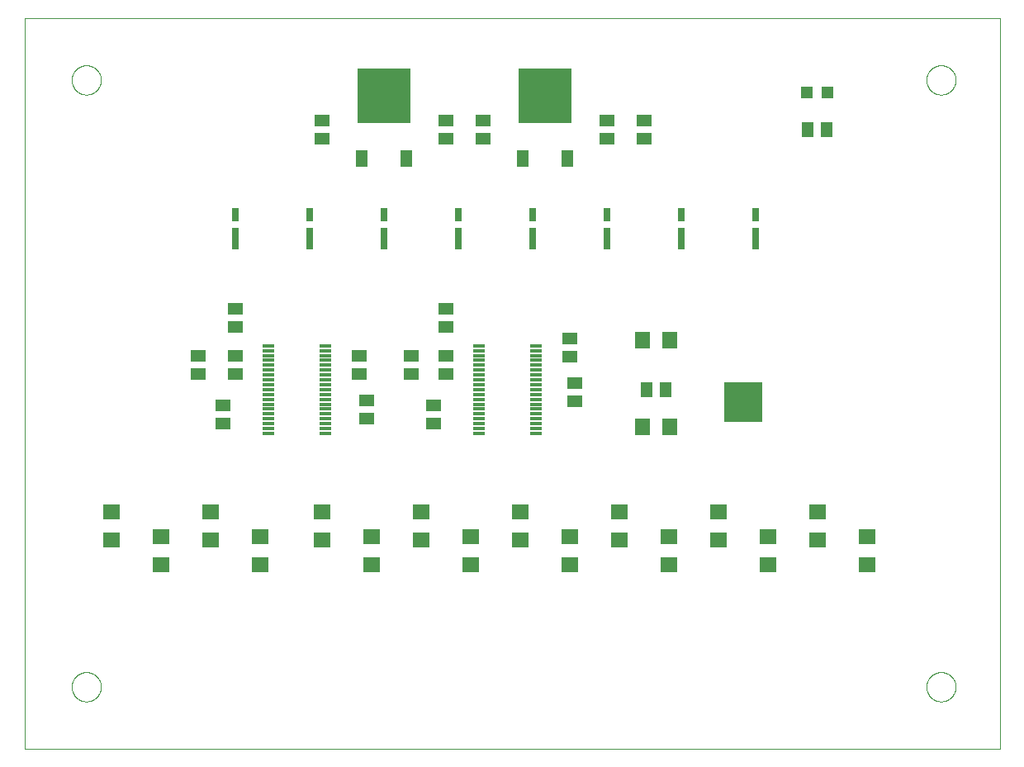
<source format=gtp>
G75*
%MOIN*%
%OFA0B0*%
%FSLAX25Y25*%
%IPPOS*%
%LPD*%
%AMOC8*
5,1,8,0,0,1.08239X$1,22.5*
%
%ADD10C,0.00000*%
%ADD11R,0.04724X0.01181*%
%ADD12R,0.05906X0.05118*%
%ADD13R,0.05118X0.05906*%
%ADD14R,0.21654X0.22441*%
%ADD15R,0.05118X0.06693*%
%ADD16R,0.03150X0.05512*%
%ADD17R,0.03150X0.08661*%
%ADD18R,0.15354X0.16142*%
%ADD19R,0.06299X0.07098*%
%ADD20R,0.07098X0.06299*%
%ADD21R,0.04724X0.04724*%
D10*
X0001500Y0001500D02*
X0001500Y0296461D01*
X0395201Y0296461D01*
X0395201Y0001500D01*
X0001500Y0001500D01*
X0020594Y0026500D02*
X0020596Y0026653D01*
X0020602Y0026807D01*
X0020612Y0026960D01*
X0020626Y0027112D01*
X0020644Y0027265D01*
X0020666Y0027416D01*
X0020691Y0027567D01*
X0020721Y0027718D01*
X0020755Y0027868D01*
X0020792Y0028016D01*
X0020833Y0028164D01*
X0020878Y0028310D01*
X0020927Y0028456D01*
X0020980Y0028600D01*
X0021036Y0028742D01*
X0021096Y0028883D01*
X0021160Y0029023D01*
X0021227Y0029161D01*
X0021298Y0029297D01*
X0021373Y0029431D01*
X0021450Y0029563D01*
X0021532Y0029693D01*
X0021616Y0029821D01*
X0021704Y0029947D01*
X0021795Y0030070D01*
X0021889Y0030191D01*
X0021987Y0030309D01*
X0022087Y0030425D01*
X0022191Y0030538D01*
X0022297Y0030649D01*
X0022406Y0030757D01*
X0022518Y0030862D01*
X0022632Y0030963D01*
X0022750Y0031062D01*
X0022869Y0031158D01*
X0022991Y0031251D01*
X0023116Y0031340D01*
X0023243Y0031427D01*
X0023372Y0031509D01*
X0023503Y0031589D01*
X0023636Y0031665D01*
X0023771Y0031738D01*
X0023908Y0031807D01*
X0024047Y0031872D01*
X0024187Y0031934D01*
X0024329Y0031992D01*
X0024472Y0032047D01*
X0024617Y0032098D01*
X0024763Y0032145D01*
X0024910Y0032188D01*
X0025058Y0032227D01*
X0025207Y0032263D01*
X0025357Y0032294D01*
X0025508Y0032322D01*
X0025659Y0032346D01*
X0025812Y0032366D01*
X0025964Y0032382D01*
X0026117Y0032394D01*
X0026270Y0032402D01*
X0026423Y0032406D01*
X0026577Y0032406D01*
X0026730Y0032402D01*
X0026883Y0032394D01*
X0027036Y0032382D01*
X0027188Y0032366D01*
X0027341Y0032346D01*
X0027492Y0032322D01*
X0027643Y0032294D01*
X0027793Y0032263D01*
X0027942Y0032227D01*
X0028090Y0032188D01*
X0028237Y0032145D01*
X0028383Y0032098D01*
X0028528Y0032047D01*
X0028671Y0031992D01*
X0028813Y0031934D01*
X0028953Y0031872D01*
X0029092Y0031807D01*
X0029229Y0031738D01*
X0029364Y0031665D01*
X0029497Y0031589D01*
X0029628Y0031509D01*
X0029757Y0031427D01*
X0029884Y0031340D01*
X0030009Y0031251D01*
X0030131Y0031158D01*
X0030250Y0031062D01*
X0030368Y0030963D01*
X0030482Y0030862D01*
X0030594Y0030757D01*
X0030703Y0030649D01*
X0030809Y0030538D01*
X0030913Y0030425D01*
X0031013Y0030309D01*
X0031111Y0030191D01*
X0031205Y0030070D01*
X0031296Y0029947D01*
X0031384Y0029821D01*
X0031468Y0029693D01*
X0031550Y0029563D01*
X0031627Y0029431D01*
X0031702Y0029297D01*
X0031773Y0029161D01*
X0031840Y0029023D01*
X0031904Y0028883D01*
X0031964Y0028742D01*
X0032020Y0028600D01*
X0032073Y0028456D01*
X0032122Y0028310D01*
X0032167Y0028164D01*
X0032208Y0028016D01*
X0032245Y0027868D01*
X0032279Y0027718D01*
X0032309Y0027567D01*
X0032334Y0027416D01*
X0032356Y0027265D01*
X0032374Y0027112D01*
X0032388Y0026960D01*
X0032398Y0026807D01*
X0032404Y0026653D01*
X0032406Y0026500D01*
X0032404Y0026347D01*
X0032398Y0026193D01*
X0032388Y0026040D01*
X0032374Y0025888D01*
X0032356Y0025735D01*
X0032334Y0025584D01*
X0032309Y0025433D01*
X0032279Y0025282D01*
X0032245Y0025132D01*
X0032208Y0024984D01*
X0032167Y0024836D01*
X0032122Y0024690D01*
X0032073Y0024544D01*
X0032020Y0024400D01*
X0031964Y0024258D01*
X0031904Y0024117D01*
X0031840Y0023977D01*
X0031773Y0023839D01*
X0031702Y0023703D01*
X0031627Y0023569D01*
X0031550Y0023437D01*
X0031468Y0023307D01*
X0031384Y0023179D01*
X0031296Y0023053D01*
X0031205Y0022930D01*
X0031111Y0022809D01*
X0031013Y0022691D01*
X0030913Y0022575D01*
X0030809Y0022462D01*
X0030703Y0022351D01*
X0030594Y0022243D01*
X0030482Y0022138D01*
X0030368Y0022037D01*
X0030250Y0021938D01*
X0030131Y0021842D01*
X0030009Y0021749D01*
X0029884Y0021660D01*
X0029757Y0021573D01*
X0029628Y0021491D01*
X0029497Y0021411D01*
X0029364Y0021335D01*
X0029229Y0021262D01*
X0029092Y0021193D01*
X0028953Y0021128D01*
X0028813Y0021066D01*
X0028671Y0021008D01*
X0028528Y0020953D01*
X0028383Y0020902D01*
X0028237Y0020855D01*
X0028090Y0020812D01*
X0027942Y0020773D01*
X0027793Y0020737D01*
X0027643Y0020706D01*
X0027492Y0020678D01*
X0027341Y0020654D01*
X0027188Y0020634D01*
X0027036Y0020618D01*
X0026883Y0020606D01*
X0026730Y0020598D01*
X0026577Y0020594D01*
X0026423Y0020594D01*
X0026270Y0020598D01*
X0026117Y0020606D01*
X0025964Y0020618D01*
X0025812Y0020634D01*
X0025659Y0020654D01*
X0025508Y0020678D01*
X0025357Y0020706D01*
X0025207Y0020737D01*
X0025058Y0020773D01*
X0024910Y0020812D01*
X0024763Y0020855D01*
X0024617Y0020902D01*
X0024472Y0020953D01*
X0024329Y0021008D01*
X0024187Y0021066D01*
X0024047Y0021128D01*
X0023908Y0021193D01*
X0023771Y0021262D01*
X0023636Y0021335D01*
X0023503Y0021411D01*
X0023372Y0021491D01*
X0023243Y0021573D01*
X0023116Y0021660D01*
X0022991Y0021749D01*
X0022869Y0021842D01*
X0022750Y0021938D01*
X0022632Y0022037D01*
X0022518Y0022138D01*
X0022406Y0022243D01*
X0022297Y0022351D01*
X0022191Y0022462D01*
X0022087Y0022575D01*
X0021987Y0022691D01*
X0021889Y0022809D01*
X0021795Y0022930D01*
X0021704Y0023053D01*
X0021616Y0023179D01*
X0021532Y0023307D01*
X0021450Y0023437D01*
X0021373Y0023569D01*
X0021298Y0023703D01*
X0021227Y0023839D01*
X0021160Y0023977D01*
X0021096Y0024117D01*
X0021036Y0024258D01*
X0020980Y0024400D01*
X0020927Y0024544D01*
X0020878Y0024690D01*
X0020833Y0024836D01*
X0020792Y0024984D01*
X0020755Y0025132D01*
X0020721Y0025282D01*
X0020691Y0025433D01*
X0020666Y0025584D01*
X0020644Y0025735D01*
X0020626Y0025888D01*
X0020612Y0026040D01*
X0020602Y0026193D01*
X0020596Y0026347D01*
X0020594Y0026500D01*
X0020594Y0271500D02*
X0020596Y0271653D01*
X0020602Y0271807D01*
X0020612Y0271960D01*
X0020626Y0272112D01*
X0020644Y0272265D01*
X0020666Y0272416D01*
X0020691Y0272567D01*
X0020721Y0272718D01*
X0020755Y0272868D01*
X0020792Y0273016D01*
X0020833Y0273164D01*
X0020878Y0273310D01*
X0020927Y0273456D01*
X0020980Y0273600D01*
X0021036Y0273742D01*
X0021096Y0273883D01*
X0021160Y0274023D01*
X0021227Y0274161D01*
X0021298Y0274297D01*
X0021373Y0274431D01*
X0021450Y0274563D01*
X0021532Y0274693D01*
X0021616Y0274821D01*
X0021704Y0274947D01*
X0021795Y0275070D01*
X0021889Y0275191D01*
X0021987Y0275309D01*
X0022087Y0275425D01*
X0022191Y0275538D01*
X0022297Y0275649D01*
X0022406Y0275757D01*
X0022518Y0275862D01*
X0022632Y0275963D01*
X0022750Y0276062D01*
X0022869Y0276158D01*
X0022991Y0276251D01*
X0023116Y0276340D01*
X0023243Y0276427D01*
X0023372Y0276509D01*
X0023503Y0276589D01*
X0023636Y0276665D01*
X0023771Y0276738D01*
X0023908Y0276807D01*
X0024047Y0276872D01*
X0024187Y0276934D01*
X0024329Y0276992D01*
X0024472Y0277047D01*
X0024617Y0277098D01*
X0024763Y0277145D01*
X0024910Y0277188D01*
X0025058Y0277227D01*
X0025207Y0277263D01*
X0025357Y0277294D01*
X0025508Y0277322D01*
X0025659Y0277346D01*
X0025812Y0277366D01*
X0025964Y0277382D01*
X0026117Y0277394D01*
X0026270Y0277402D01*
X0026423Y0277406D01*
X0026577Y0277406D01*
X0026730Y0277402D01*
X0026883Y0277394D01*
X0027036Y0277382D01*
X0027188Y0277366D01*
X0027341Y0277346D01*
X0027492Y0277322D01*
X0027643Y0277294D01*
X0027793Y0277263D01*
X0027942Y0277227D01*
X0028090Y0277188D01*
X0028237Y0277145D01*
X0028383Y0277098D01*
X0028528Y0277047D01*
X0028671Y0276992D01*
X0028813Y0276934D01*
X0028953Y0276872D01*
X0029092Y0276807D01*
X0029229Y0276738D01*
X0029364Y0276665D01*
X0029497Y0276589D01*
X0029628Y0276509D01*
X0029757Y0276427D01*
X0029884Y0276340D01*
X0030009Y0276251D01*
X0030131Y0276158D01*
X0030250Y0276062D01*
X0030368Y0275963D01*
X0030482Y0275862D01*
X0030594Y0275757D01*
X0030703Y0275649D01*
X0030809Y0275538D01*
X0030913Y0275425D01*
X0031013Y0275309D01*
X0031111Y0275191D01*
X0031205Y0275070D01*
X0031296Y0274947D01*
X0031384Y0274821D01*
X0031468Y0274693D01*
X0031550Y0274563D01*
X0031627Y0274431D01*
X0031702Y0274297D01*
X0031773Y0274161D01*
X0031840Y0274023D01*
X0031904Y0273883D01*
X0031964Y0273742D01*
X0032020Y0273600D01*
X0032073Y0273456D01*
X0032122Y0273310D01*
X0032167Y0273164D01*
X0032208Y0273016D01*
X0032245Y0272868D01*
X0032279Y0272718D01*
X0032309Y0272567D01*
X0032334Y0272416D01*
X0032356Y0272265D01*
X0032374Y0272112D01*
X0032388Y0271960D01*
X0032398Y0271807D01*
X0032404Y0271653D01*
X0032406Y0271500D01*
X0032404Y0271347D01*
X0032398Y0271193D01*
X0032388Y0271040D01*
X0032374Y0270888D01*
X0032356Y0270735D01*
X0032334Y0270584D01*
X0032309Y0270433D01*
X0032279Y0270282D01*
X0032245Y0270132D01*
X0032208Y0269984D01*
X0032167Y0269836D01*
X0032122Y0269690D01*
X0032073Y0269544D01*
X0032020Y0269400D01*
X0031964Y0269258D01*
X0031904Y0269117D01*
X0031840Y0268977D01*
X0031773Y0268839D01*
X0031702Y0268703D01*
X0031627Y0268569D01*
X0031550Y0268437D01*
X0031468Y0268307D01*
X0031384Y0268179D01*
X0031296Y0268053D01*
X0031205Y0267930D01*
X0031111Y0267809D01*
X0031013Y0267691D01*
X0030913Y0267575D01*
X0030809Y0267462D01*
X0030703Y0267351D01*
X0030594Y0267243D01*
X0030482Y0267138D01*
X0030368Y0267037D01*
X0030250Y0266938D01*
X0030131Y0266842D01*
X0030009Y0266749D01*
X0029884Y0266660D01*
X0029757Y0266573D01*
X0029628Y0266491D01*
X0029497Y0266411D01*
X0029364Y0266335D01*
X0029229Y0266262D01*
X0029092Y0266193D01*
X0028953Y0266128D01*
X0028813Y0266066D01*
X0028671Y0266008D01*
X0028528Y0265953D01*
X0028383Y0265902D01*
X0028237Y0265855D01*
X0028090Y0265812D01*
X0027942Y0265773D01*
X0027793Y0265737D01*
X0027643Y0265706D01*
X0027492Y0265678D01*
X0027341Y0265654D01*
X0027188Y0265634D01*
X0027036Y0265618D01*
X0026883Y0265606D01*
X0026730Y0265598D01*
X0026577Y0265594D01*
X0026423Y0265594D01*
X0026270Y0265598D01*
X0026117Y0265606D01*
X0025964Y0265618D01*
X0025812Y0265634D01*
X0025659Y0265654D01*
X0025508Y0265678D01*
X0025357Y0265706D01*
X0025207Y0265737D01*
X0025058Y0265773D01*
X0024910Y0265812D01*
X0024763Y0265855D01*
X0024617Y0265902D01*
X0024472Y0265953D01*
X0024329Y0266008D01*
X0024187Y0266066D01*
X0024047Y0266128D01*
X0023908Y0266193D01*
X0023771Y0266262D01*
X0023636Y0266335D01*
X0023503Y0266411D01*
X0023372Y0266491D01*
X0023243Y0266573D01*
X0023116Y0266660D01*
X0022991Y0266749D01*
X0022869Y0266842D01*
X0022750Y0266938D01*
X0022632Y0267037D01*
X0022518Y0267138D01*
X0022406Y0267243D01*
X0022297Y0267351D01*
X0022191Y0267462D01*
X0022087Y0267575D01*
X0021987Y0267691D01*
X0021889Y0267809D01*
X0021795Y0267930D01*
X0021704Y0268053D01*
X0021616Y0268179D01*
X0021532Y0268307D01*
X0021450Y0268437D01*
X0021373Y0268569D01*
X0021298Y0268703D01*
X0021227Y0268839D01*
X0021160Y0268977D01*
X0021096Y0269117D01*
X0021036Y0269258D01*
X0020980Y0269400D01*
X0020927Y0269544D01*
X0020878Y0269690D01*
X0020833Y0269836D01*
X0020792Y0269984D01*
X0020755Y0270132D01*
X0020721Y0270282D01*
X0020691Y0270433D01*
X0020666Y0270584D01*
X0020644Y0270735D01*
X0020626Y0270888D01*
X0020612Y0271040D01*
X0020602Y0271193D01*
X0020596Y0271347D01*
X0020594Y0271500D01*
X0365594Y0271500D02*
X0365596Y0271653D01*
X0365602Y0271807D01*
X0365612Y0271960D01*
X0365626Y0272112D01*
X0365644Y0272265D01*
X0365666Y0272416D01*
X0365691Y0272567D01*
X0365721Y0272718D01*
X0365755Y0272868D01*
X0365792Y0273016D01*
X0365833Y0273164D01*
X0365878Y0273310D01*
X0365927Y0273456D01*
X0365980Y0273600D01*
X0366036Y0273742D01*
X0366096Y0273883D01*
X0366160Y0274023D01*
X0366227Y0274161D01*
X0366298Y0274297D01*
X0366373Y0274431D01*
X0366450Y0274563D01*
X0366532Y0274693D01*
X0366616Y0274821D01*
X0366704Y0274947D01*
X0366795Y0275070D01*
X0366889Y0275191D01*
X0366987Y0275309D01*
X0367087Y0275425D01*
X0367191Y0275538D01*
X0367297Y0275649D01*
X0367406Y0275757D01*
X0367518Y0275862D01*
X0367632Y0275963D01*
X0367750Y0276062D01*
X0367869Y0276158D01*
X0367991Y0276251D01*
X0368116Y0276340D01*
X0368243Y0276427D01*
X0368372Y0276509D01*
X0368503Y0276589D01*
X0368636Y0276665D01*
X0368771Y0276738D01*
X0368908Y0276807D01*
X0369047Y0276872D01*
X0369187Y0276934D01*
X0369329Y0276992D01*
X0369472Y0277047D01*
X0369617Y0277098D01*
X0369763Y0277145D01*
X0369910Y0277188D01*
X0370058Y0277227D01*
X0370207Y0277263D01*
X0370357Y0277294D01*
X0370508Y0277322D01*
X0370659Y0277346D01*
X0370812Y0277366D01*
X0370964Y0277382D01*
X0371117Y0277394D01*
X0371270Y0277402D01*
X0371423Y0277406D01*
X0371577Y0277406D01*
X0371730Y0277402D01*
X0371883Y0277394D01*
X0372036Y0277382D01*
X0372188Y0277366D01*
X0372341Y0277346D01*
X0372492Y0277322D01*
X0372643Y0277294D01*
X0372793Y0277263D01*
X0372942Y0277227D01*
X0373090Y0277188D01*
X0373237Y0277145D01*
X0373383Y0277098D01*
X0373528Y0277047D01*
X0373671Y0276992D01*
X0373813Y0276934D01*
X0373953Y0276872D01*
X0374092Y0276807D01*
X0374229Y0276738D01*
X0374364Y0276665D01*
X0374497Y0276589D01*
X0374628Y0276509D01*
X0374757Y0276427D01*
X0374884Y0276340D01*
X0375009Y0276251D01*
X0375131Y0276158D01*
X0375250Y0276062D01*
X0375368Y0275963D01*
X0375482Y0275862D01*
X0375594Y0275757D01*
X0375703Y0275649D01*
X0375809Y0275538D01*
X0375913Y0275425D01*
X0376013Y0275309D01*
X0376111Y0275191D01*
X0376205Y0275070D01*
X0376296Y0274947D01*
X0376384Y0274821D01*
X0376468Y0274693D01*
X0376550Y0274563D01*
X0376627Y0274431D01*
X0376702Y0274297D01*
X0376773Y0274161D01*
X0376840Y0274023D01*
X0376904Y0273883D01*
X0376964Y0273742D01*
X0377020Y0273600D01*
X0377073Y0273456D01*
X0377122Y0273310D01*
X0377167Y0273164D01*
X0377208Y0273016D01*
X0377245Y0272868D01*
X0377279Y0272718D01*
X0377309Y0272567D01*
X0377334Y0272416D01*
X0377356Y0272265D01*
X0377374Y0272112D01*
X0377388Y0271960D01*
X0377398Y0271807D01*
X0377404Y0271653D01*
X0377406Y0271500D01*
X0377404Y0271347D01*
X0377398Y0271193D01*
X0377388Y0271040D01*
X0377374Y0270888D01*
X0377356Y0270735D01*
X0377334Y0270584D01*
X0377309Y0270433D01*
X0377279Y0270282D01*
X0377245Y0270132D01*
X0377208Y0269984D01*
X0377167Y0269836D01*
X0377122Y0269690D01*
X0377073Y0269544D01*
X0377020Y0269400D01*
X0376964Y0269258D01*
X0376904Y0269117D01*
X0376840Y0268977D01*
X0376773Y0268839D01*
X0376702Y0268703D01*
X0376627Y0268569D01*
X0376550Y0268437D01*
X0376468Y0268307D01*
X0376384Y0268179D01*
X0376296Y0268053D01*
X0376205Y0267930D01*
X0376111Y0267809D01*
X0376013Y0267691D01*
X0375913Y0267575D01*
X0375809Y0267462D01*
X0375703Y0267351D01*
X0375594Y0267243D01*
X0375482Y0267138D01*
X0375368Y0267037D01*
X0375250Y0266938D01*
X0375131Y0266842D01*
X0375009Y0266749D01*
X0374884Y0266660D01*
X0374757Y0266573D01*
X0374628Y0266491D01*
X0374497Y0266411D01*
X0374364Y0266335D01*
X0374229Y0266262D01*
X0374092Y0266193D01*
X0373953Y0266128D01*
X0373813Y0266066D01*
X0373671Y0266008D01*
X0373528Y0265953D01*
X0373383Y0265902D01*
X0373237Y0265855D01*
X0373090Y0265812D01*
X0372942Y0265773D01*
X0372793Y0265737D01*
X0372643Y0265706D01*
X0372492Y0265678D01*
X0372341Y0265654D01*
X0372188Y0265634D01*
X0372036Y0265618D01*
X0371883Y0265606D01*
X0371730Y0265598D01*
X0371577Y0265594D01*
X0371423Y0265594D01*
X0371270Y0265598D01*
X0371117Y0265606D01*
X0370964Y0265618D01*
X0370812Y0265634D01*
X0370659Y0265654D01*
X0370508Y0265678D01*
X0370357Y0265706D01*
X0370207Y0265737D01*
X0370058Y0265773D01*
X0369910Y0265812D01*
X0369763Y0265855D01*
X0369617Y0265902D01*
X0369472Y0265953D01*
X0369329Y0266008D01*
X0369187Y0266066D01*
X0369047Y0266128D01*
X0368908Y0266193D01*
X0368771Y0266262D01*
X0368636Y0266335D01*
X0368503Y0266411D01*
X0368372Y0266491D01*
X0368243Y0266573D01*
X0368116Y0266660D01*
X0367991Y0266749D01*
X0367869Y0266842D01*
X0367750Y0266938D01*
X0367632Y0267037D01*
X0367518Y0267138D01*
X0367406Y0267243D01*
X0367297Y0267351D01*
X0367191Y0267462D01*
X0367087Y0267575D01*
X0366987Y0267691D01*
X0366889Y0267809D01*
X0366795Y0267930D01*
X0366704Y0268053D01*
X0366616Y0268179D01*
X0366532Y0268307D01*
X0366450Y0268437D01*
X0366373Y0268569D01*
X0366298Y0268703D01*
X0366227Y0268839D01*
X0366160Y0268977D01*
X0366096Y0269117D01*
X0366036Y0269258D01*
X0365980Y0269400D01*
X0365927Y0269544D01*
X0365878Y0269690D01*
X0365833Y0269836D01*
X0365792Y0269984D01*
X0365755Y0270132D01*
X0365721Y0270282D01*
X0365691Y0270433D01*
X0365666Y0270584D01*
X0365644Y0270735D01*
X0365626Y0270888D01*
X0365612Y0271040D01*
X0365602Y0271193D01*
X0365596Y0271347D01*
X0365594Y0271500D01*
X0365594Y0026500D02*
X0365596Y0026653D01*
X0365602Y0026807D01*
X0365612Y0026960D01*
X0365626Y0027112D01*
X0365644Y0027265D01*
X0365666Y0027416D01*
X0365691Y0027567D01*
X0365721Y0027718D01*
X0365755Y0027868D01*
X0365792Y0028016D01*
X0365833Y0028164D01*
X0365878Y0028310D01*
X0365927Y0028456D01*
X0365980Y0028600D01*
X0366036Y0028742D01*
X0366096Y0028883D01*
X0366160Y0029023D01*
X0366227Y0029161D01*
X0366298Y0029297D01*
X0366373Y0029431D01*
X0366450Y0029563D01*
X0366532Y0029693D01*
X0366616Y0029821D01*
X0366704Y0029947D01*
X0366795Y0030070D01*
X0366889Y0030191D01*
X0366987Y0030309D01*
X0367087Y0030425D01*
X0367191Y0030538D01*
X0367297Y0030649D01*
X0367406Y0030757D01*
X0367518Y0030862D01*
X0367632Y0030963D01*
X0367750Y0031062D01*
X0367869Y0031158D01*
X0367991Y0031251D01*
X0368116Y0031340D01*
X0368243Y0031427D01*
X0368372Y0031509D01*
X0368503Y0031589D01*
X0368636Y0031665D01*
X0368771Y0031738D01*
X0368908Y0031807D01*
X0369047Y0031872D01*
X0369187Y0031934D01*
X0369329Y0031992D01*
X0369472Y0032047D01*
X0369617Y0032098D01*
X0369763Y0032145D01*
X0369910Y0032188D01*
X0370058Y0032227D01*
X0370207Y0032263D01*
X0370357Y0032294D01*
X0370508Y0032322D01*
X0370659Y0032346D01*
X0370812Y0032366D01*
X0370964Y0032382D01*
X0371117Y0032394D01*
X0371270Y0032402D01*
X0371423Y0032406D01*
X0371577Y0032406D01*
X0371730Y0032402D01*
X0371883Y0032394D01*
X0372036Y0032382D01*
X0372188Y0032366D01*
X0372341Y0032346D01*
X0372492Y0032322D01*
X0372643Y0032294D01*
X0372793Y0032263D01*
X0372942Y0032227D01*
X0373090Y0032188D01*
X0373237Y0032145D01*
X0373383Y0032098D01*
X0373528Y0032047D01*
X0373671Y0031992D01*
X0373813Y0031934D01*
X0373953Y0031872D01*
X0374092Y0031807D01*
X0374229Y0031738D01*
X0374364Y0031665D01*
X0374497Y0031589D01*
X0374628Y0031509D01*
X0374757Y0031427D01*
X0374884Y0031340D01*
X0375009Y0031251D01*
X0375131Y0031158D01*
X0375250Y0031062D01*
X0375368Y0030963D01*
X0375482Y0030862D01*
X0375594Y0030757D01*
X0375703Y0030649D01*
X0375809Y0030538D01*
X0375913Y0030425D01*
X0376013Y0030309D01*
X0376111Y0030191D01*
X0376205Y0030070D01*
X0376296Y0029947D01*
X0376384Y0029821D01*
X0376468Y0029693D01*
X0376550Y0029563D01*
X0376627Y0029431D01*
X0376702Y0029297D01*
X0376773Y0029161D01*
X0376840Y0029023D01*
X0376904Y0028883D01*
X0376964Y0028742D01*
X0377020Y0028600D01*
X0377073Y0028456D01*
X0377122Y0028310D01*
X0377167Y0028164D01*
X0377208Y0028016D01*
X0377245Y0027868D01*
X0377279Y0027718D01*
X0377309Y0027567D01*
X0377334Y0027416D01*
X0377356Y0027265D01*
X0377374Y0027112D01*
X0377388Y0026960D01*
X0377398Y0026807D01*
X0377404Y0026653D01*
X0377406Y0026500D01*
X0377404Y0026347D01*
X0377398Y0026193D01*
X0377388Y0026040D01*
X0377374Y0025888D01*
X0377356Y0025735D01*
X0377334Y0025584D01*
X0377309Y0025433D01*
X0377279Y0025282D01*
X0377245Y0025132D01*
X0377208Y0024984D01*
X0377167Y0024836D01*
X0377122Y0024690D01*
X0377073Y0024544D01*
X0377020Y0024400D01*
X0376964Y0024258D01*
X0376904Y0024117D01*
X0376840Y0023977D01*
X0376773Y0023839D01*
X0376702Y0023703D01*
X0376627Y0023569D01*
X0376550Y0023437D01*
X0376468Y0023307D01*
X0376384Y0023179D01*
X0376296Y0023053D01*
X0376205Y0022930D01*
X0376111Y0022809D01*
X0376013Y0022691D01*
X0375913Y0022575D01*
X0375809Y0022462D01*
X0375703Y0022351D01*
X0375594Y0022243D01*
X0375482Y0022138D01*
X0375368Y0022037D01*
X0375250Y0021938D01*
X0375131Y0021842D01*
X0375009Y0021749D01*
X0374884Y0021660D01*
X0374757Y0021573D01*
X0374628Y0021491D01*
X0374497Y0021411D01*
X0374364Y0021335D01*
X0374229Y0021262D01*
X0374092Y0021193D01*
X0373953Y0021128D01*
X0373813Y0021066D01*
X0373671Y0021008D01*
X0373528Y0020953D01*
X0373383Y0020902D01*
X0373237Y0020855D01*
X0373090Y0020812D01*
X0372942Y0020773D01*
X0372793Y0020737D01*
X0372643Y0020706D01*
X0372492Y0020678D01*
X0372341Y0020654D01*
X0372188Y0020634D01*
X0372036Y0020618D01*
X0371883Y0020606D01*
X0371730Y0020598D01*
X0371577Y0020594D01*
X0371423Y0020594D01*
X0371270Y0020598D01*
X0371117Y0020606D01*
X0370964Y0020618D01*
X0370812Y0020634D01*
X0370659Y0020654D01*
X0370508Y0020678D01*
X0370357Y0020706D01*
X0370207Y0020737D01*
X0370058Y0020773D01*
X0369910Y0020812D01*
X0369763Y0020855D01*
X0369617Y0020902D01*
X0369472Y0020953D01*
X0369329Y0021008D01*
X0369187Y0021066D01*
X0369047Y0021128D01*
X0368908Y0021193D01*
X0368771Y0021262D01*
X0368636Y0021335D01*
X0368503Y0021411D01*
X0368372Y0021491D01*
X0368243Y0021573D01*
X0368116Y0021660D01*
X0367991Y0021749D01*
X0367869Y0021842D01*
X0367750Y0021938D01*
X0367632Y0022037D01*
X0367518Y0022138D01*
X0367406Y0022243D01*
X0367297Y0022351D01*
X0367191Y0022462D01*
X0367087Y0022575D01*
X0366987Y0022691D01*
X0366889Y0022809D01*
X0366795Y0022930D01*
X0366704Y0023053D01*
X0366616Y0023179D01*
X0366532Y0023307D01*
X0366450Y0023437D01*
X0366373Y0023569D01*
X0366298Y0023703D01*
X0366227Y0023839D01*
X0366160Y0023977D01*
X0366096Y0024117D01*
X0366036Y0024258D01*
X0365980Y0024400D01*
X0365927Y0024544D01*
X0365878Y0024690D01*
X0365833Y0024836D01*
X0365792Y0024984D01*
X0365755Y0025132D01*
X0365721Y0025282D01*
X0365691Y0025433D01*
X0365666Y0025584D01*
X0365644Y0025735D01*
X0365626Y0025888D01*
X0365612Y0026040D01*
X0365602Y0026193D01*
X0365596Y0026347D01*
X0365594Y0026500D01*
D11*
X0207917Y0128783D03*
X0207917Y0130752D03*
X0207917Y0132720D03*
X0207917Y0134689D03*
X0207917Y0136657D03*
X0207917Y0138626D03*
X0207917Y0140594D03*
X0207917Y0142563D03*
X0207917Y0144531D03*
X0207917Y0146500D03*
X0207917Y0148469D03*
X0207917Y0150437D03*
X0207917Y0152406D03*
X0207917Y0154374D03*
X0207917Y0156343D03*
X0207917Y0158311D03*
X0207917Y0160280D03*
X0207917Y0162248D03*
X0207917Y0164217D03*
X0185083Y0164217D03*
X0185083Y0162248D03*
X0185083Y0160280D03*
X0185083Y0158311D03*
X0185083Y0156343D03*
X0185083Y0154374D03*
X0185083Y0152406D03*
X0185083Y0150437D03*
X0185083Y0148469D03*
X0185083Y0146500D03*
X0185083Y0144531D03*
X0185083Y0142563D03*
X0185083Y0140594D03*
X0185083Y0138626D03*
X0185083Y0136657D03*
X0185083Y0134689D03*
X0185083Y0132720D03*
X0185083Y0130752D03*
X0185083Y0128783D03*
X0122917Y0128783D03*
X0122917Y0130752D03*
X0122917Y0132720D03*
X0122917Y0134689D03*
X0122917Y0136657D03*
X0122917Y0138626D03*
X0122917Y0140594D03*
X0122917Y0142563D03*
X0122917Y0144531D03*
X0122917Y0146500D03*
X0122917Y0148469D03*
X0122917Y0150437D03*
X0122917Y0152406D03*
X0122917Y0154374D03*
X0122917Y0156343D03*
X0122917Y0158311D03*
X0122917Y0160280D03*
X0122917Y0162248D03*
X0122917Y0164217D03*
X0100083Y0164217D03*
X0100083Y0162248D03*
X0100083Y0160280D03*
X0100083Y0158311D03*
X0100083Y0156343D03*
X0100083Y0154374D03*
X0100083Y0152406D03*
X0100083Y0150437D03*
X0100083Y0148469D03*
X0100083Y0146500D03*
X0100083Y0144531D03*
X0100083Y0142563D03*
X0100083Y0140594D03*
X0100083Y0138626D03*
X0100083Y0136657D03*
X0100083Y0134689D03*
X0100083Y0132720D03*
X0100083Y0130752D03*
X0100083Y0128783D03*
D12*
X0081500Y0132760D03*
X0081500Y0140240D03*
X0086500Y0152760D03*
X0086500Y0160240D03*
X0086500Y0171760D03*
X0086500Y0179240D03*
X0071500Y0160240D03*
X0071500Y0152760D03*
X0136500Y0152760D03*
X0136500Y0160240D03*
X0157500Y0160240D03*
X0157500Y0152760D03*
X0171500Y0152760D03*
X0171500Y0160240D03*
X0171500Y0171760D03*
X0171500Y0179240D03*
X0221500Y0167240D03*
X0221500Y0159760D03*
X0223500Y0149240D03*
X0223500Y0141760D03*
X0166500Y0140240D03*
X0166500Y0132760D03*
X0139500Y0134760D03*
X0139500Y0142240D03*
X0121500Y0247760D03*
X0121500Y0255240D03*
X0171500Y0255240D03*
X0171500Y0247760D03*
X0186500Y0247760D03*
X0186500Y0255240D03*
X0236500Y0255240D03*
X0236500Y0247760D03*
X0251500Y0247760D03*
X0251500Y0255240D03*
D13*
X0317760Y0251500D03*
X0325240Y0251500D03*
X0260240Y0146500D03*
X0252760Y0146500D03*
D14*
X0211500Y0265240D03*
X0146500Y0265240D03*
D15*
X0137504Y0239886D03*
X0155496Y0239886D03*
X0202504Y0239886D03*
X0220496Y0239886D03*
D16*
X0206500Y0217000D03*
X0176500Y0217000D03*
X0146500Y0217000D03*
X0116500Y0217000D03*
X0086500Y0217000D03*
X0236500Y0217000D03*
X0266500Y0217000D03*
X0296500Y0217000D03*
D17*
X0296500Y0207500D03*
X0266500Y0207500D03*
X0236500Y0207500D03*
X0206500Y0207500D03*
X0176500Y0207500D03*
X0146500Y0207500D03*
X0116500Y0207500D03*
X0086500Y0207500D03*
D18*
X0291500Y0141500D03*
D19*
X0262098Y0131500D03*
X0250902Y0131500D03*
X0250902Y0166500D03*
X0262098Y0166500D03*
D20*
X0281500Y0097098D03*
X0281500Y0085902D03*
X0261500Y0087098D03*
X0261500Y0075902D03*
X0241500Y0085902D03*
X0241500Y0097098D03*
X0221500Y0087098D03*
X0221500Y0075902D03*
X0201500Y0085902D03*
X0201500Y0097098D03*
X0181500Y0087098D03*
X0181500Y0075902D03*
X0161500Y0085902D03*
X0161500Y0097098D03*
X0141500Y0087098D03*
X0141500Y0075902D03*
X0121500Y0085902D03*
X0121500Y0097098D03*
X0096500Y0087098D03*
X0096500Y0075902D03*
X0076500Y0085902D03*
X0076500Y0097098D03*
X0056500Y0087098D03*
X0056500Y0075902D03*
X0036500Y0085902D03*
X0036500Y0097098D03*
X0301500Y0087098D03*
X0301500Y0075902D03*
X0321500Y0085902D03*
X0321500Y0097098D03*
X0341500Y0087098D03*
X0341500Y0075902D03*
D21*
X0325634Y0266500D03*
X0317366Y0266500D03*
M02*

</source>
